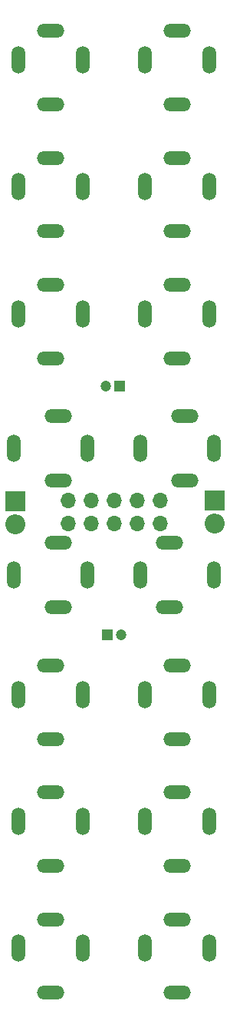
<source format=gbr>
%TF.GenerationSoftware,KiCad,Pcbnew,8.0.3-8.0.3-0~ubuntu22.04.1*%
%TF.CreationDate,2024-07-22T11:51:39+02:00*%
%TF.ProjectId,splt_mlt,73706c74-5f6d-46c7-942e-6b696361645f,rev?*%
%TF.SameCoordinates,Original*%
%TF.FileFunction,Soldermask,Top*%
%TF.FilePolarity,Negative*%
%FSLAX46Y46*%
G04 Gerber Fmt 4.6, Leading zero omitted, Abs format (unit mm)*
G04 Created by KiCad (PCBNEW 8.0.3-8.0.3-0~ubuntu22.04.1) date 2024-07-22 11:51:39*
%MOMM*%
%LPD*%
G01*
G04 APERTURE LIST*
%ADD10O,1.508000X3.016000*%
%ADD11O,3.016000X1.508000*%
%ADD12R,2.200000X2.200000*%
%ADD13O,2.200000X2.200000*%
%ADD14R,1.200000X1.200000*%
%ADD15C,1.200000*%
%ADD16O,1.700000X1.700000*%
G04 APERTURE END LIST*
D10*
%TO.C,J8*%
X100190000Y-109000000D03*
D11*
X103390000Y-105450000D03*
D10*
X108290000Y-109000000D03*
D11*
X103390000Y-112550000D03*
%TD*%
D10*
%TO.C,J6*%
X108290000Y-95000000D03*
D11*
X105090000Y-98550000D03*
D10*
X100190000Y-95000000D03*
D11*
X105090000Y-91450000D03*
%TD*%
%TO.C,J4*%
X104240000Y-62950000D03*
D10*
X107790000Y-66150000D03*
D11*
X104240000Y-71050000D03*
D10*
X100690000Y-66150000D03*
%TD*%
D11*
%TO.C,J10*%
X104240000Y-132950000D03*
D10*
X107790000Y-136150000D03*
D11*
X104240000Y-141050000D03*
D10*
X100690000Y-136150000D03*
%TD*%
D11*
%TO.C,J17*%
X90240000Y-118950000D03*
D10*
X93790000Y-122150000D03*
D11*
X90240000Y-127050000D03*
D10*
X86690000Y-122150000D03*
%TD*%
D11*
%TO.C,J5*%
X104240000Y-76950000D03*
D10*
X107790000Y-80150000D03*
D11*
X104240000Y-85050000D03*
D10*
X100690000Y-80150000D03*
%TD*%
D11*
%TO.C,J9*%
X104240000Y-118950000D03*
D10*
X107790000Y-122150000D03*
D11*
X104240000Y-127050000D03*
D10*
X100690000Y-122150000D03*
%TD*%
D11*
%TO.C,J16*%
X90240000Y-62950000D03*
D10*
X93790000Y-66150000D03*
D11*
X90240000Y-71050000D03*
D10*
X86690000Y-66150000D03*
%TD*%
D11*
%TO.C,J1*%
X90240000Y-48950000D03*
D10*
X93790000Y-52150000D03*
D11*
X90240000Y-57050000D03*
D10*
X86690000Y-52150000D03*
%TD*%
D11*
%TO.C,J14*%
X90240000Y-132950000D03*
D10*
X93790000Y-136150000D03*
D11*
X90240000Y-141050000D03*
D10*
X86690000Y-136150000D03*
%TD*%
D11*
%TO.C,J3*%
X104240000Y-48950000D03*
D10*
X107790000Y-52150000D03*
D11*
X104240000Y-57050000D03*
D10*
X100690000Y-52150000D03*
%TD*%
D11*
%TO.C,J12*%
X90240000Y-76950000D03*
D10*
X93790000Y-80150000D03*
D11*
X90240000Y-85050000D03*
D10*
X86690000Y-80150000D03*
%TD*%
%TO.C,J7*%
X94290000Y-109000000D03*
D11*
X91090000Y-112550000D03*
D10*
X86190000Y-109000000D03*
D11*
X91090000Y-105450000D03*
%TD*%
%TO.C,J11*%
X104240000Y-146950000D03*
D10*
X107790000Y-150150000D03*
D11*
X104240000Y-155050000D03*
D10*
X100690000Y-150150000D03*
%TD*%
%TO.C,J13*%
X94290000Y-95000000D03*
D11*
X91090000Y-98550000D03*
D10*
X86190000Y-95000000D03*
D11*
X91090000Y-91450000D03*
%TD*%
%TO.C,J15*%
X90240000Y-146950000D03*
D10*
X93790000Y-150150000D03*
D11*
X90240000Y-155050000D03*
D10*
X86690000Y-150150000D03*
%TD*%
D12*
%TO.C,D1*%
X86368234Y-100828234D03*
D13*
X86368234Y-103368234D03*
%TD*%
D14*
%TO.C,C14*%
X96540000Y-115600000D03*
D15*
X98040000Y-115600000D03*
%TD*%
D14*
%TO.C,C13*%
X97862599Y-88099998D03*
D15*
X96362599Y-88099998D03*
%TD*%
D16*
%TO.C,J2*%
X92160000Y-100730000D03*
X92160000Y-103270000D03*
X94700000Y-100730000D03*
X94700000Y-103270000D03*
X97240000Y-100730000D03*
X97240000Y-103270000D03*
X99780000Y-100730000D03*
X99780000Y-103270000D03*
X102320000Y-100730000D03*
X102320000Y-103270000D03*
%TD*%
D12*
%TO.C,D2*%
X108368234Y-100728234D03*
D13*
X108368234Y-103268234D03*
%TD*%
M02*

</source>
